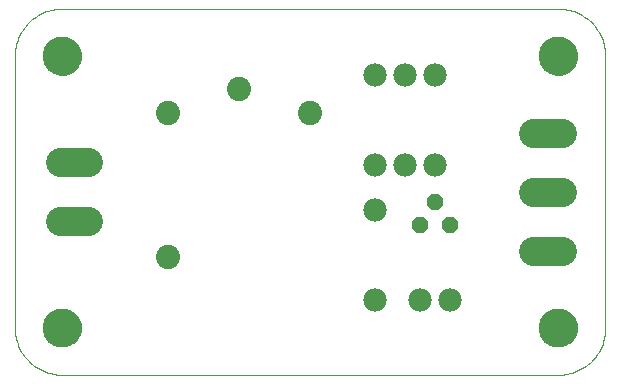
<source format=gts>
G75*
G70*
%OFA0B0*%
%FSLAX24Y24*%
%IPPOS*%
%LPD*%
%AMOC8*
5,1,8,0,0,1.08239X$1,22.5*
%
%ADD10C,0.0780*%
%ADD11C,0.0977*%
%ADD12OC8,0.0520*%
%ADD13C,0.0808*%
%ADD14C,0.0000*%
%ADD15C,0.1300*%
D10*
X015135Y005916D03*
X016635Y005916D03*
X017635Y005916D03*
X015135Y008916D03*
X015135Y010416D03*
X016135Y010416D03*
X017135Y010416D03*
X017135Y013416D03*
X016135Y013416D03*
X015135Y013416D03*
D11*
X020422Y011475D02*
X021359Y011475D01*
X021359Y009506D02*
X020422Y009506D01*
X020422Y007538D02*
X021359Y007538D01*
X005591Y008534D02*
X004654Y008534D01*
X004654Y010502D02*
X005591Y010502D01*
D12*
X016635Y008416D03*
X017635Y008416D03*
X017135Y009166D03*
D13*
X012977Y012156D03*
X010615Y012943D03*
X008253Y012156D03*
X008253Y007353D03*
D14*
X004709Y003416D02*
X021245Y003416D01*
X020615Y004990D02*
X020617Y005040D01*
X020623Y005090D01*
X020633Y005139D01*
X020647Y005187D01*
X020664Y005234D01*
X020685Y005279D01*
X020710Y005323D01*
X020738Y005364D01*
X020770Y005403D01*
X020804Y005440D01*
X020841Y005474D01*
X020881Y005504D01*
X020923Y005531D01*
X020967Y005555D01*
X021013Y005576D01*
X021060Y005592D01*
X021108Y005605D01*
X021158Y005614D01*
X021207Y005619D01*
X021258Y005620D01*
X021308Y005617D01*
X021357Y005610D01*
X021406Y005599D01*
X021454Y005584D01*
X021500Y005566D01*
X021545Y005544D01*
X021588Y005518D01*
X021629Y005489D01*
X021668Y005457D01*
X021704Y005422D01*
X021736Y005384D01*
X021766Y005344D01*
X021793Y005301D01*
X021816Y005257D01*
X021835Y005211D01*
X021851Y005163D01*
X021863Y005114D01*
X021871Y005065D01*
X021875Y005015D01*
X021875Y004965D01*
X021871Y004915D01*
X021863Y004866D01*
X021851Y004817D01*
X021835Y004769D01*
X021816Y004723D01*
X021793Y004679D01*
X021766Y004636D01*
X021736Y004596D01*
X021704Y004558D01*
X021668Y004523D01*
X021629Y004491D01*
X021588Y004462D01*
X021545Y004436D01*
X021500Y004414D01*
X021454Y004396D01*
X021406Y004381D01*
X021357Y004370D01*
X021308Y004363D01*
X021258Y004360D01*
X021207Y004361D01*
X021158Y004366D01*
X021108Y004375D01*
X021060Y004388D01*
X021013Y004404D01*
X020967Y004425D01*
X020923Y004449D01*
X020881Y004476D01*
X020841Y004506D01*
X020804Y004540D01*
X020770Y004577D01*
X020738Y004616D01*
X020710Y004657D01*
X020685Y004701D01*
X020664Y004746D01*
X020647Y004793D01*
X020633Y004841D01*
X020623Y004890D01*
X020617Y004940D01*
X020615Y004990D01*
X021245Y003415D02*
X021322Y003417D01*
X021399Y003423D01*
X021476Y003432D01*
X021552Y003445D01*
X021628Y003462D01*
X021702Y003483D01*
X021776Y003507D01*
X021848Y003535D01*
X021918Y003566D01*
X021987Y003601D01*
X022055Y003639D01*
X022120Y003680D01*
X022183Y003725D01*
X022244Y003773D01*
X022303Y003823D01*
X022359Y003876D01*
X022412Y003932D01*
X022462Y003991D01*
X022510Y004052D01*
X022555Y004115D01*
X022596Y004180D01*
X022634Y004248D01*
X022669Y004317D01*
X022700Y004387D01*
X022728Y004459D01*
X022752Y004533D01*
X022773Y004607D01*
X022790Y004683D01*
X022803Y004759D01*
X022812Y004836D01*
X022818Y004913D01*
X022820Y004990D01*
X022820Y014046D01*
X020615Y014046D02*
X020617Y014096D01*
X020623Y014146D01*
X020633Y014195D01*
X020647Y014243D01*
X020664Y014290D01*
X020685Y014335D01*
X020710Y014379D01*
X020738Y014420D01*
X020770Y014459D01*
X020804Y014496D01*
X020841Y014530D01*
X020881Y014560D01*
X020923Y014587D01*
X020967Y014611D01*
X021013Y014632D01*
X021060Y014648D01*
X021108Y014661D01*
X021158Y014670D01*
X021207Y014675D01*
X021258Y014676D01*
X021308Y014673D01*
X021357Y014666D01*
X021406Y014655D01*
X021454Y014640D01*
X021500Y014622D01*
X021545Y014600D01*
X021588Y014574D01*
X021629Y014545D01*
X021668Y014513D01*
X021704Y014478D01*
X021736Y014440D01*
X021766Y014400D01*
X021793Y014357D01*
X021816Y014313D01*
X021835Y014267D01*
X021851Y014219D01*
X021863Y014170D01*
X021871Y014121D01*
X021875Y014071D01*
X021875Y014021D01*
X021871Y013971D01*
X021863Y013922D01*
X021851Y013873D01*
X021835Y013825D01*
X021816Y013779D01*
X021793Y013735D01*
X021766Y013692D01*
X021736Y013652D01*
X021704Y013614D01*
X021668Y013579D01*
X021629Y013547D01*
X021588Y013518D01*
X021545Y013492D01*
X021500Y013470D01*
X021454Y013452D01*
X021406Y013437D01*
X021357Y013426D01*
X021308Y013419D01*
X021258Y013416D01*
X021207Y013417D01*
X021158Y013422D01*
X021108Y013431D01*
X021060Y013444D01*
X021013Y013460D01*
X020967Y013481D01*
X020923Y013505D01*
X020881Y013532D01*
X020841Y013562D01*
X020804Y013596D01*
X020770Y013633D01*
X020738Y013672D01*
X020710Y013713D01*
X020685Y013757D01*
X020664Y013802D01*
X020647Y013849D01*
X020633Y013897D01*
X020623Y013946D01*
X020617Y013996D01*
X020615Y014046D01*
X021245Y015621D02*
X021322Y015619D01*
X021399Y015613D01*
X021476Y015604D01*
X021552Y015591D01*
X021628Y015574D01*
X021702Y015553D01*
X021776Y015529D01*
X021848Y015501D01*
X021918Y015470D01*
X021987Y015435D01*
X022055Y015397D01*
X022120Y015356D01*
X022183Y015311D01*
X022244Y015263D01*
X022303Y015213D01*
X022359Y015160D01*
X022412Y015104D01*
X022462Y015045D01*
X022510Y014984D01*
X022555Y014921D01*
X022596Y014856D01*
X022634Y014788D01*
X022669Y014719D01*
X022700Y014649D01*
X022728Y014577D01*
X022752Y014503D01*
X022773Y014429D01*
X022790Y014353D01*
X022803Y014277D01*
X022812Y014200D01*
X022818Y014123D01*
X022820Y014046D01*
X021245Y015620D02*
X004709Y015620D01*
X004079Y014046D02*
X004081Y014096D01*
X004087Y014146D01*
X004097Y014195D01*
X004111Y014243D01*
X004128Y014290D01*
X004149Y014335D01*
X004174Y014379D01*
X004202Y014420D01*
X004234Y014459D01*
X004268Y014496D01*
X004305Y014530D01*
X004345Y014560D01*
X004387Y014587D01*
X004431Y014611D01*
X004477Y014632D01*
X004524Y014648D01*
X004572Y014661D01*
X004622Y014670D01*
X004671Y014675D01*
X004722Y014676D01*
X004772Y014673D01*
X004821Y014666D01*
X004870Y014655D01*
X004918Y014640D01*
X004964Y014622D01*
X005009Y014600D01*
X005052Y014574D01*
X005093Y014545D01*
X005132Y014513D01*
X005168Y014478D01*
X005200Y014440D01*
X005230Y014400D01*
X005257Y014357D01*
X005280Y014313D01*
X005299Y014267D01*
X005315Y014219D01*
X005327Y014170D01*
X005335Y014121D01*
X005339Y014071D01*
X005339Y014021D01*
X005335Y013971D01*
X005327Y013922D01*
X005315Y013873D01*
X005299Y013825D01*
X005280Y013779D01*
X005257Y013735D01*
X005230Y013692D01*
X005200Y013652D01*
X005168Y013614D01*
X005132Y013579D01*
X005093Y013547D01*
X005052Y013518D01*
X005009Y013492D01*
X004964Y013470D01*
X004918Y013452D01*
X004870Y013437D01*
X004821Y013426D01*
X004772Y013419D01*
X004722Y013416D01*
X004671Y013417D01*
X004622Y013422D01*
X004572Y013431D01*
X004524Y013444D01*
X004477Y013460D01*
X004431Y013481D01*
X004387Y013505D01*
X004345Y013532D01*
X004305Y013562D01*
X004268Y013596D01*
X004234Y013633D01*
X004202Y013672D01*
X004174Y013713D01*
X004149Y013757D01*
X004128Y013802D01*
X004111Y013849D01*
X004097Y013897D01*
X004087Y013946D01*
X004081Y013996D01*
X004079Y014046D01*
X003134Y014046D02*
X003136Y014123D01*
X003142Y014200D01*
X003151Y014277D01*
X003164Y014353D01*
X003181Y014429D01*
X003202Y014503D01*
X003226Y014577D01*
X003254Y014649D01*
X003285Y014719D01*
X003320Y014788D01*
X003358Y014856D01*
X003399Y014921D01*
X003444Y014984D01*
X003492Y015045D01*
X003542Y015104D01*
X003595Y015160D01*
X003651Y015213D01*
X003710Y015263D01*
X003771Y015311D01*
X003834Y015356D01*
X003899Y015397D01*
X003967Y015435D01*
X004036Y015470D01*
X004106Y015501D01*
X004178Y015529D01*
X004252Y015553D01*
X004326Y015574D01*
X004402Y015591D01*
X004478Y015604D01*
X004555Y015613D01*
X004632Y015619D01*
X004709Y015621D01*
X003135Y014046D02*
X003135Y004990D01*
X004079Y004990D02*
X004081Y005040D01*
X004087Y005090D01*
X004097Y005139D01*
X004111Y005187D01*
X004128Y005234D01*
X004149Y005279D01*
X004174Y005323D01*
X004202Y005364D01*
X004234Y005403D01*
X004268Y005440D01*
X004305Y005474D01*
X004345Y005504D01*
X004387Y005531D01*
X004431Y005555D01*
X004477Y005576D01*
X004524Y005592D01*
X004572Y005605D01*
X004622Y005614D01*
X004671Y005619D01*
X004722Y005620D01*
X004772Y005617D01*
X004821Y005610D01*
X004870Y005599D01*
X004918Y005584D01*
X004964Y005566D01*
X005009Y005544D01*
X005052Y005518D01*
X005093Y005489D01*
X005132Y005457D01*
X005168Y005422D01*
X005200Y005384D01*
X005230Y005344D01*
X005257Y005301D01*
X005280Y005257D01*
X005299Y005211D01*
X005315Y005163D01*
X005327Y005114D01*
X005335Y005065D01*
X005339Y005015D01*
X005339Y004965D01*
X005335Y004915D01*
X005327Y004866D01*
X005315Y004817D01*
X005299Y004769D01*
X005280Y004723D01*
X005257Y004679D01*
X005230Y004636D01*
X005200Y004596D01*
X005168Y004558D01*
X005132Y004523D01*
X005093Y004491D01*
X005052Y004462D01*
X005009Y004436D01*
X004964Y004414D01*
X004918Y004396D01*
X004870Y004381D01*
X004821Y004370D01*
X004772Y004363D01*
X004722Y004360D01*
X004671Y004361D01*
X004622Y004366D01*
X004572Y004375D01*
X004524Y004388D01*
X004477Y004404D01*
X004431Y004425D01*
X004387Y004449D01*
X004345Y004476D01*
X004305Y004506D01*
X004268Y004540D01*
X004234Y004577D01*
X004202Y004616D01*
X004174Y004657D01*
X004149Y004701D01*
X004128Y004746D01*
X004111Y004793D01*
X004097Y004841D01*
X004087Y004890D01*
X004081Y004940D01*
X004079Y004990D01*
X003134Y004990D02*
X003136Y004913D01*
X003142Y004836D01*
X003151Y004759D01*
X003164Y004683D01*
X003181Y004607D01*
X003202Y004533D01*
X003226Y004459D01*
X003254Y004387D01*
X003285Y004317D01*
X003320Y004248D01*
X003358Y004180D01*
X003399Y004115D01*
X003444Y004052D01*
X003492Y003991D01*
X003542Y003932D01*
X003595Y003876D01*
X003651Y003823D01*
X003710Y003773D01*
X003771Y003725D01*
X003834Y003680D01*
X003899Y003639D01*
X003967Y003601D01*
X004036Y003566D01*
X004106Y003535D01*
X004178Y003507D01*
X004252Y003483D01*
X004326Y003462D01*
X004402Y003445D01*
X004478Y003432D01*
X004555Y003423D01*
X004632Y003417D01*
X004709Y003415D01*
D15*
X004709Y004990D03*
X004709Y014046D03*
X021245Y014046D03*
X021245Y004990D03*
M02*

</source>
